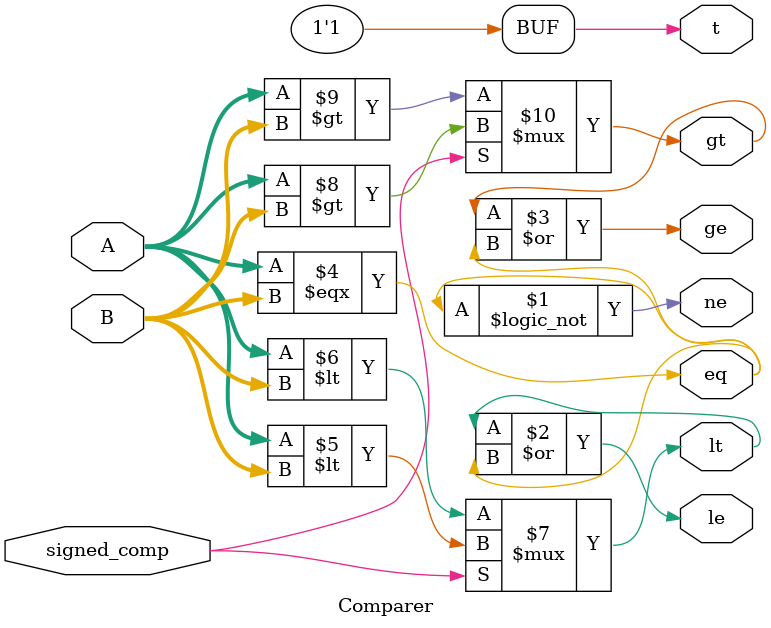
<source format=v>
/*
 * File: Utility.Comparer.v
 * 32-bit comparer supports signed and unsigned integer compare
*/
`timescale 1ns / 1ps
module Comparer(
	input[31:0] A,
	input[31:0] B,
	input		signed_comp,
	output		ne,
	output		lt,
	output		le,
	output		eq,
	output		ge,
	output		gt,
	output		t
);
	assign ne = !eq;
	assign le = lt | eq;
	assign ge = gt | eq;
	assign eq = (A === B);
	assign lt = (signed_comp) ? ($signed(A) < $signed(B)) : (A < B);
	assign gt = (signed_comp) ? ($signed(A) > $signed(B)) : (A > B);
	assign t = 1;
endmodule

</source>
